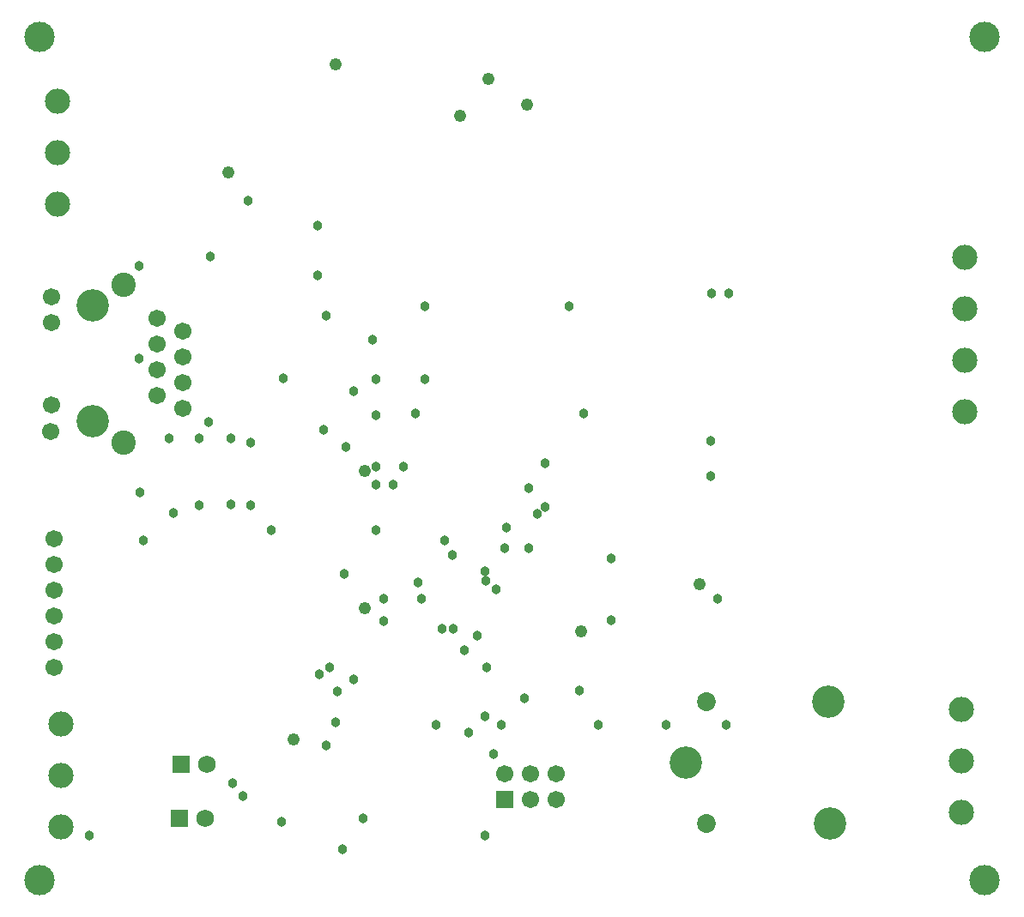
<source format=gbr>
G04 DipTrace 2.1.0.5*
%INBottomMask.gbr*%
%MOIN*%
%ADD10C,0.0098*%
%ADD11C,0.0055*%
%ADD12C,0.003*%
%ADD13C,0.0173*%
%ADD14C,0.04*%
%ADD15C,0.017*%
%ADD16C,0.01*%
%ADD17C,0.013*%
%ADD18C,0.0236*%
%ADD19C,0.015*%
%ADD20C,0.08*%
%ADD21R,0.0709X0.0669*%
%ADD22R,0.06X0.056*%
%ADD23R,0.056X0.06*%
%ADD24R,0.02X0.1181*%
%ADD25R,0.0295X0.1772*%
%ADD26R,0.1181X0.02*%
%ADD27R,0.0512X0.0335*%
%ADD28R,0.0906X0.0906*%
%ADD29R,0.07X0.03*%
%ADD30O,0.07X0.03*%
%ADD31C,0.09*%
%ADD32R,0.0394X0.0984*%
%ADD33C,0.0187*%
%ADD34R,0.0709X0.0197*%
%ADD35R,0.0197X0.0709*%
%ADD36R,0.059X0.059*%
%ADD37C,0.059*%
%ADD38R,0.0961X0.0445*%
%ADD39R,0.06X0.06*%
%ADD40C,0.06*%
%ADD41R,0.118X0.217*%
%ADD42R,0.1024X0.0551*%
%ADD43R,0.032X0.032*%
%ADD44R,0.0512X0.0591*%
%ADD45C,0.065*%
%ADD46C,0.118*%
%ADD47C,0.059*%
%ADD48R,0.0866X0.0236*%
%ADD49R,0.0925X0.0236*%
%ADD50R,0.0768X0.0236*%
%ADD51R,0.0394X0.063*%
%ADD52R,0.2165X0.2126*%
%ADD53R,0.2165X0.0787*%
%ADD54C,0.0866*%
%ADD55R,0.0315X0.0591*%
%ADD56R,0.0315X0.0787*%
%ADD57C,0.03*%
%ADD58C,0.02*%
%ADD59C,0.126*%
%ADD60C,0.118*%
%ADD61C,0.05*%
%ADD62C,0.035*%
%ADD63C,0.063*%
%ADD64C,0.008*%
%ADD65C,0.038*%
%ADD66C,0.022*%
%ADD67C,0.048*%
%ADD68C,0.032*%
%ADD69R,0.0395X0.0868*%
%ADD70R,0.0235X0.0707*%
%ADD71R,0.0395X0.0671*%
%ADD72R,0.0235X0.051*%
%ADD73C,0.0946*%
%ADD74C,0.0786*%
%ADD75R,0.2246X0.0868*%
%ADD76R,0.2085X0.0707*%
%ADD77R,0.2246X0.2206*%
%ADD78R,0.2085X0.2046*%
%ADD79R,0.0474X0.071*%
%ADD80R,0.0313X0.055*%
%ADD81R,0.0848X0.0317*%
%ADD82R,0.0687X0.0156*%
%ADD83R,0.1006X0.0317*%
%ADD84R,0.0845X0.0156*%
%ADD85R,0.0946X0.0317*%
%ADD86R,0.0786X0.0156*%
%ADD87C,0.067*%
%ADD88C,0.051*%
%ADD89C,0.126*%
%ADD90C,0.11*%
%ADD91C,0.073*%
%ADD92C,0.057*%
%ADD93R,0.0592X0.0671*%
%ADD94R,0.0431X0.051*%
%ADD95R,0.04X0.04*%
%ADD96R,0.024X0.024*%
%ADD97R,0.1104X0.0631*%
%ADD98R,0.0943X0.0471*%
%ADD99R,0.126X0.225*%
%ADD100R,0.11X0.209*%
%ADD101C,0.068*%
%ADD102C,0.052*%
%ADD103R,0.068X0.068*%
%ADD104R,0.052X0.052*%
%ADD105R,0.1041X0.0525*%
%ADD106R,0.088X0.0365*%
%ADD107C,0.067*%
%ADD108C,0.051*%
%ADD109R,0.067X0.067*%
%ADD110R,0.051X0.051*%
%ADD111R,0.0277X0.0789*%
%ADD112R,0.0117X0.0628*%
%ADD113R,0.0789X0.0277*%
%ADD114R,0.0628X0.0117*%
%ADD115R,0.0474X0.1065*%
%ADD116R,0.0313X0.0904*%
%ADD117C,0.098*%
%ADD118C,0.082*%
%ADD119O,0.078X0.038*%
%ADD120O,0.062X0.022*%
%ADD121R,0.078X0.038*%
%ADD122R,0.062X0.022*%
%ADD123R,0.0986X0.0986*%
%ADD124R,0.0825X0.0825*%
%ADD125R,0.0592X0.0415*%
%ADD126R,0.0431X0.0254*%
%ADD127R,0.1261X0.028*%
%ADD128R,0.1101X0.012*%
%ADD129R,0.0376X0.1852*%
%ADD130R,0.0215X0.1691*%
%ADD131R,0.028X0.1261*%
%ADD132R,0.012X0.1101*%
%ADD133R,0.064X0.068*%
%ADD134R,0.048X0.052*%
%ADD135R,0.068X0.064*%
%ADD136R,0.052X0.048*%
%ADD137R,0.0789X0.075*%
%ADD138R,0.0628X0.0589*%
%ADD139C,0.0093*%
%ADD140C,0.0154*%
%ADD141C,0.0124*%
%FSLAX44Y44*%
%SFA1B1*%
%OFA0B0*%
G04*
G70*
G90*
G75*
G01*
%LNBotMask*%
%LPD*%
D65*
X18295Y10813D3*
X14685Y11384D3*
Y12244D3*
X5197Y16377D3*
X10776Y20815D3*
X17346Y13922D3*
X13509Y20315D3*
X17814Y10251D3*
X14369Y16682D3*
X15052D3*
X10316Y14914D3*
X5343Y14501D3*
X14369Y14914D3*
D67*
X12814Y33003D3*
D65*
X13192Y18126D3*
X16281Y20782D3*
X21869Y23609D3*
X16260Y23610D3*
X14369Y20782D3*
X6501Y15564D3*
X13126Y13189D3*
X14254Y22315D3*
X18689Y9564D3*
X20124Y8370D3*
X23495Y11394D3*
Y13814D3*
X20307Y14214D3*
X19365D3*
X19048Y12617D3*
X20940Y15814D3*
X18653Y12933D3*
X20624Y15545D3*
X18607Y13313D3*
X20940Y17502D3*
X19447Y15009D3*
X20307Y16545D3*
X22439Y19447D3*
X27969Y7344D3*
X25632D3*
X22998D3*
X19242D3*
X16719D3*
X18613Y3039D3*
X27652Y12254D3*
X6337Y18473D3*
X17980Y7028D3*
D67*
X11179Y6771D3*
X20224Y31441D3*
X18744Y32441D3*
D65*
X12814Y7438D3*
X13064Y2500D3*
D67*
X26940Y12814D3*
X22352Y10964D3*
X13939Y17189D3*
Y11876D3*
X17627Y31003D3*
X8626Y28816D3*
D65*
X5172Y21558D3*
X7492Y18473D3*
Y15879D3*
X18925Y6216D3*
X18609Y7661D3*
X7872Y19106D3*
X27409Y24101D3*
X28061D3*
X12876Y8626D3*
X12189Y9313D3*
X12564Y9564D3*
X13500Y9120D3*
X9505Y18315D3*
Y15879D3*
X12102Y26735D3*
Y24815D3*
X5186Y25169D3*
X12355Y18815D3*
X8734Y18473D3*
Y15914D3*
X8818Y5063D3*
X17377Y11064D3*
X12442Y6527D3*
X22274Y8687D3*
X12439Y23252D3*
X27370Y18377D3*
X15997Y12877D3*
X16127Y12244D3*
X27370Y17002D3*
X15901Y19447D3*
X9390Y27690D3*
X14369Y19384D3*
X7938Y25545D3*
X16939Y11064D3*
X9197Y4563D3*
X3254Y3034D3*
X17029Y14492D3*
X15432Y17378D3*
X14369D3*
X13879Y3688D3*
X10701Y3563D3*
D117*
X37254Y25503D3*
Y23503D3*
Y21503D3*
Y19503D3*
X2125Y7376D3*
Y5376D3*
Y3376D3*
X37118Y3951D3*
Y5951D3*
Y7951D3*
D109*
X19377Y4438D3*
D107*
Y5438D3*
X20377Y4438D3*
Y5438D3*
X21377Y4438D3*
Y5438D3*
D103*
X6813Y5813D3*
D101*
X7813D3*
D103*
X6751Y3688D3*
D101*
X7751D3*
D91*
X27191Y3500D3*
Y8225D3*
D89*
X31994Y3500D3*
X31954Y8225D3*
X26403Y5863D3*
D117*
X2000Y31566D3*
Y29566D3*
Y27566D3*
D87*
X1875Y14564D3*
Y13564D3*
Y12564D3*
Y11564D3*
Y10564D3*
Y9564D3*
X5876Y23127D3*
X6876Y22627D3*
X5876Y22127D3*
X6876Y21627D3*
X5876Y21127D3*
X6876Y20627D3*
X5876Y20127D3*
X6876Y19627D3*
X1763Y23982D3*
X1769Y22982D3*
Y19761D3*
X1750Y18753D3*
D73*
X4586Y24431D3*
X4572Y18318D3*
D59*
X3376Y23627D3*
Y19127D3*
D60*
X1313Y1313D3*
X38004Y34066D3*
X38000Y1310D3*
X1310Y34070D3*
M02*

</source>
